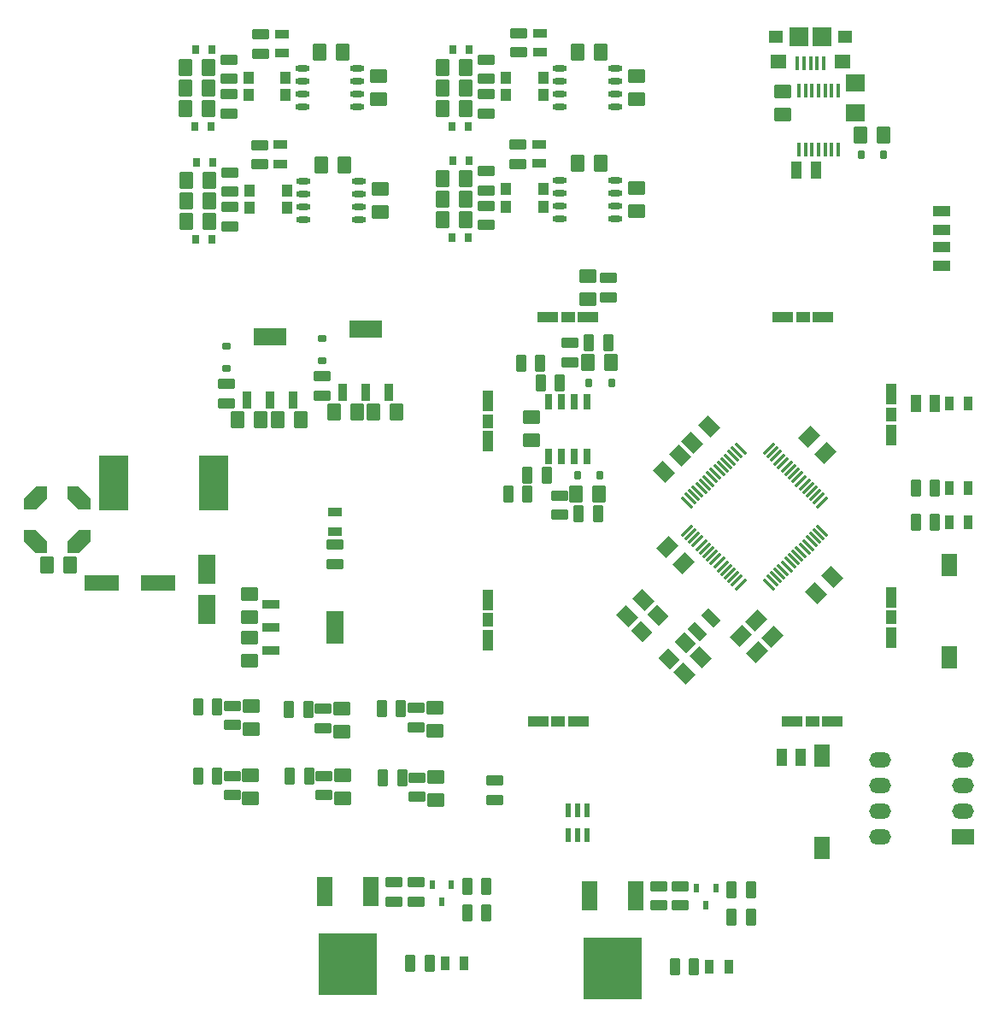
<source format=gtp>
G04*
G04 #@! TF.GenerationSoftware,Altium Limited,Altium Designer,24.5.2 (23)*
G04*
G04 Layer_Color=8421504*
%FSLAX44Y44*%
%MOMM*%
G71*
G04*
G04 #@! TF.SameCoordinates,49661B99-7F85-447B-B4A6-A33B5E3A9DE8*
G04*
G04*
G04 #@! TF.FilePolarity,Positive*
G04*
G01*
G75*
G04:AMPARAMS|DCode=18|XSize=1mm|YSize=1.7mm|CornerRadius=0.125mm|HoleSize=0mm|Usage=FLASHONLY|Rotation=270.000|XOffset=0mm|YOffset=0mm|HoleType=Round|Shape=RoundedRectangle|*
%AMROUNDEDRECTD18*
21,1,1.0000,1.4500,0,0,270.0*
21,1,0.7500,1.7000,0,0,270.0*
1,1,0.2500,-0.7250,-0.3750*
1,1,0.2500,-0.7250,0.3750*
1,1,0.2500,0.7250,0.3750*
1,1,0.2500,0.7250,-0.3750*
%
%ADD18ROUNDEDRECTD18*%
%ADD19R,0.6000X1.4000*%
G04:AMPARAMS|DCode=20|XSize=1.475mm|YSize=0.3mm|CornerRadius=0mm|HoleSize=0mm|Usage=FLASHONLY|Rotation=315.000|XOffset=0mm|YOffset=0mm|HoleType=Round|Shape=Rectangle|*
%AMROTATEDRECTD20*
4,1,4,-0.6276,0.4154,-0.4154,0.6276,0.6276,-0.4154,0.4154,-0.6276,-0.6276,0.4154,0.0*
%
%ADD20ROTATEDRECTD20*%

G04:AMPARAMS|DCode=21|XSize=1.475mm|YSize=0.3mm|CornerRadius=0mm|HoleSize=0mm|Usage=FLASHONLY|Rotation=225.000|XOffset=0mm|YOffset=0mm|HoleType=Round|Shape=Rectangle|*
%AMROTATEDRECTD21*
4,1,4,0.4154,0.6276,0.6276,0.4154,-0.4154,-0.6276,-0.6276,-0.4154,0.4154,0.6276,0.0*
%
%ADD21ROTATEDRECTD21*%

G04:AMPARAMS|DCode=22|XSize=1.6mm|YSize=1.4mm|CornerRadius=0mm|HoleSize=0mm|Usage=FLASHONLY|Rotation=315.000|XOffset=0mm|YOffset=0mm|HoleType=Round|Shape=Rectangle|*
%AMROTATEDRECTD22*
4,1,4,-1.0607,0.0707,-0.0707,1.0607,1.0607,-0.0707,0.0707,-1.0607,-1.0607,0.0707,0.0*
%
%ADD22ROTATEDRECTD22*%

%ADD23R,1.6000X2.1800*%
%ADD24R,0.9000X1.4000*%
G04:AMPARAMS|DCode=25|XSize=1mm|YSize=1.7mm|CornerRadius=0.125mm|HoleSize=0mm|Usage=FLASHONLY|Rotation=0.000|XOffset=0mm|YOffset=0mm|HoleType=Round|Shape=RoundedRectangle|*
%AMROUNDEDRECTD25*
21,1,1.0000,1.4500,0,0,0.0*
21,1,0.7500,1.7000,0,0,0.0*
1,1,0.2500,0.3750,-0.7250*
1,1,0.2500,-0.3750,-0.7250*
1,1,0.2500,-0.3750,0.7250*
1,1,0.2500,0.3750,0.7250*
%
%ADD25ROUNDEDRECTD25*%
%ADD26R,1.6000X3.0000*%
%ADD27R,5.8000X6.2000*%
%ADD28R,0.6000X0.9000*%
%ADD29O,2.1600X1.5200*%
%ADD30R,2.1600X1.5200*%
G04:AMPARAMS|DCode=31|XSize=1.4mm|YSize=1.7mm|CornerRadius=0mm|HoleSize=0mm|Usage=FLASHONLY|Rotation=45.000|XOffset=0mm|YOffset=0mm|HoleType=Round|Shape=Rectangle|*
%AMROTATEDRECTD31*
4,1,4,0.1061,-1.0960,-1.0960,0.1061,-0.1061,1.0960,1.0960,-0.1061,0.1061,-1.0960,0.0*
%
%ADD31ROTATEDRECTD31*%

G04:AMPARAMS|DCode=32|XSize=1.4mm|YSize=1.7mm|CornerRadius=0.175mm|HoleSize=0mm|Usage=FLASHONLY|Rotation=180.000|XOffset=0mm|YOffset=0mm|HoleType=Round|Shape=RoundedRectangle|*
%AMROUNDEDRECTD32*
21,1,1.4000,1.3500,0,0,180.0*
21,1,1.0500,1.7000,0,0,180.0*
1,1,0.3500,-0.5250,0.6750*
1,1,0.3500,0.5250,0.6750*
1,1,0.3500,0.5250,-0.6750*
1,1,0.3500,-0.5250,-0.6750*
%
%ADD32ROUNDEDRECTD32*%
G04:AMPARAMS|DCode=33|XSize=1.4mm|YSize=1.7mm|CornerRadius=0.175mm|HoleSize=0mm|Usage=FLASHONLY|Rotation=270.000|XOffset=0mm|YOffset=0mm|HoleType=Round|Shape=RoundedRectangle|*
%AMROUNDEDRECTD33*
21,1,1.4000,1.3500,0,0,270.0*
21,1,1.0500,1.7000,0,0,270.0*
1,1,0.3500,-0.6750,-0.5250*
1,1,0.3500,-0.6750,0.5250*
1,1,0.3500,0.6750,0.5250*
1,1,0.3500,0.6750,-0.5250*
%
%ADD33ROUNDEDRECTD33*%
%ADD34R,1.0000X1.7000*%
%ADD35R,0.9500X1.7500*%
%ADD36R,3.2500X1.7500*%
G04:AMPARAMS|DCode=37|XSize=0.63mm|YSize=0.83mm|CornerRadius=0.0788mm|HoleSize=0mm|Usage=FLASHONLY|Rotation=270.000|XOffset=0mm|YOffset=0mm|HoleType=Round|Shape=RoundedRectangle|*
%AMROUNDEDRECTD37*
21,1,0.6300,0.6725,0,0,270.0*
21,1,0.4725,0.8300,0,0,270.0*
1,1,0.1575,-0.3363,-0.2362*
1,1,0.1575,-0.3363,0.2362*
1,1,0.1575,0.3363,0.2362*
1,1,0.1575,0.3363,-0.2362*
%
%ADD37ROUNDEDRECTD37*%
G04:AMPARAMS|DCode=38|XSize=0.63mm|YSize=0.83mm|CornerRadius=0.0788mm|HoleSize=0mm|Usage=FLASHONLY|Rotation=0.000|XOffset=0mm|YOffset=0mm|HoleType=Round|Shape=RoundedRectangle|*
%AMROUNDEDRECTD38*
21,1,0.6300,0.6725,0,0,0.0*
21,1,0.4725,0.8300,0,0,0.0*
1,1,0.1575,0.2362,-0.3363*
1,1,0.1575,-0.2362,-0.3363*
1,1,0.1575,-0.2362,0.3363*
1,1,0.1575,0.2362,0.3363*
%
%ADD38ROUNDEDRECTD38*%
%ADD39R,1.8400X1.8000*%
%ADD40R,1.9000X1.9000*%
%ADD41R,1.4500X1.3000*%
%ADD42R,1.6000X1.4000*%
%ADD43R,0.4000X1.3500*%
%ADD44R,0.4500X1.4750*%
G04:AMPARAMS|DCode=45|XSize=1mm|YSize=1.7mm|CornerRadius=0mm|HoleSize=0mm|Usage=FLASHONLY|Rotation=45.000|XOffset=0mm|YOffset=0mm|HoleType=Round|Shape=Rectangle|*
%AMROTATEDRECTD45*
4,1,4,0.2475,-0.9546,-0.9546,0.2475,-0.2475,0.9546,0.9546,-0.2475,0.2475,-0.9546,0.0*
%
%ADD45ROTATEDRECTD45*%

%ADD46R,0.6500X1.5000*%
G04:AMPARAMS|DCode=47|XSize=1.4mm|YSize=1.7mm|CornerRadius=0mm|HoleSize=0mm|Usage=FLASHONLY|Rotation=135.000|XOffset=0mm|YOffset=0mm|HoleType=Round|Shape=Rectangle|*
%AMROTATEDRECTD47*
4,1,4,1.0960,0.1061,-0.1061,-1.0960,-1.0960,-0.1061,0.1061,1.0960,1.0960,0.1061,0.0*
%
%ADD47ROTATEDRECTD47*%

%ADD48R,2.0000X1.1250*%
%ADD49R,1.4000X1.1250*%
%ADD50R,1.1250X2.0000*%
%ADD51R,1.1250X1.4000*%
%ADD52R,1.4000X0.9000*%
%ADD53R,1.8000X2.9000*%
%ADD54R,2.9000X5.4000*%
%ADD55R,3.5000X1.6000*%
%ADD56R,1.7500X0.9500*%
%ADD57R,1.7500X3.2500*%
%ADD58R,1.7000X1.0000*%
%ADD59R,0.7000X0.9000*%
%ADD60R,1.0000X1.1500*%
%ADD61O,1.4500X0.6000*%
G36*
X62480Y478200D02*
Y466200D01*
X51230D01*
X39480Y477950D01*
Y489200D01*
X51480D01*
X62480Y478200D01*
D02*
G37*
G36*
Y520200D02*
X51480Y509200D01*
X39480D01*
Y520450D01*
X51230Y532200D01*
X62480D01*
Y520200D01*
D02*
G37*
G36*
X105480Y477950D02*
X93730Y466200D01*
X82480D01*
Y478200D01*
X93480Y489200D01*
X105480D01*
Y477950D01*
D02*
G37*
G36*
Y520450D02*
Y509200D01*
X93480D01*
X82480Y520200D01*
Y532200D01*
X93730D01*
X105480Y520450D01*
D02*
G37*
D18*
X506000Y221750D02*
D03*
Y240750D02*
D03*
X668620Y136150D02*
D03*
Y117150D02*
D03*
X690210Y136100D02*
D03*
Y117100D02*
D03*
X428190Y121060D02*
D03*
Y140060D02*
D03*
X406600Y121110D02*
D03*
Y140110D02*
D03*
X428250Y312860D02*
D03*
Y293860D02*
D03*
X429410Y243860D02*
D03*
Y224860D02*
D03*
X245840Y245430D02*
D03*
Y226430D02*
D03*
X337160Y245460D02*
D03*
Y226460D02*
D03*
X246000Y314750D02*
D03*
Y295750D02*
D03*
X336360Y312020D02*
D03*
Y293020D02*
D03*
X240030Y633730D02*
D03*
Y614730D02*
D03*
X335280Y641350D02*
D03*
Y622350D02*
D03*
X580390Y655320D02*
D03*
Y674320D02*
D03*
X570230Y504190D02*
D03*
Y523190D02*
D03*
X347980Y455320D02*
D03*
Y474320D02*
D03*
X529090Y870750D02*
D03*
Y851750D02*
D03*
X273090Y870230D02*
D03*
Y851230D02*
D03*
X530000Y981000D02*
D03*
Y962000D02*
D03*
X274570Y979990D02*
D03*
Y960990D02*
D03*
X618490Y738480D02*
D03*
Y719480D02*
D03*
X497840Y844500D02*
D03*
Y825500D02*
D03*
Y810260D02*
D03*
Y791260D02*
D03*
X243840Y843230D02*
D03*
Y824230D02*
D03*
Y808990D02*
D03*
Y789990D02*
D03*
X497840Y954990D02*
D03*
Y935990D02*
D03*
Y920750D02*
D03*
Y901750D02*
D03*
X242570Y920750D02*
D03*
Y901750D02*
D03*
Y954990D02*
D03*
Y935990D02*
D03*
D19*
X579000Y186500D02*
D03*
X588500D02*
D03*
X598000D02*
D03*
Y211500D02*
D03*
X588500D02*
D03*
X579000D02*
D03*
D20*
X830777Y488335D02*
D03*
X827242Y484799D02*
D03*
X823706Y481264D02*
D03*
X820171Y477728D02*
D03*
X816635Y474193D02*
D03*
X813100Y470657D02*
D03*
X809564Y467122D02*
D03*
X806029Y463586D02*
D03*
X802493Y460051D02*
D03*
X798958Y456515D02*
D03*
X795422Y452980D02*
D03*
X791887Y449444D02*
D03*
X788351Y445909D02*
D03*
X784815Y442373D02*
D03*
X781280Y438838D02*
D03*
X777744Y435302D02*
D03*
X696597Y516450D02*
D03*
X700132Y519985D02*
D03*
X703668Y523521D02*
D03*
X707203Y527056D02*
D03*
X710739Y530592D02*
D03*
X714274Y534127D02*
D03*
X717810Y537663D02*
D03*
X721346Y541198D02*
D03*
X724881Y544734D02*
D03*
X728417Y548269D02*
D03*
X731952Y551805D02*
D03*
X735488Y555340D02*
D03*
X739023Y558876D02*
D03*
X742559Y562411D02*
D03*
X746094Y565947D02*
D03*
X749630Y569483D02*
D03*
D21*
Y435302D02*
D03*
X746094Y438838D02*
D03*
X742559Y442373D02*
D03*
X739023Y445909D02*
D03*
X735488Y449444D02*
D03*
X731952Y452980D02*
D03*
X728417Y456515D02*
D03*
X724881Y460051D02*
D03*
X721346Y463586D02*
D03*
X717810Y467122D02*
D03*
X714274Y470657D02*
D03*
X710739Y474193D02*
D03*
X707203Y477728D02*
D03*
X703668Y481264D02*
D03*
X700132Y484799D02*
D03*
X696597Y488335D02*
D03*
X777744Y569483D02*
D03*
X781280Y565947D02*
D03*
X784815Y562411D02*
D03*
X788351Y558876D02*
D03*
X791887Y555340D02*
D03*
X795422Y551805D02*
D03*
X798958Y548269D02*
D03*
X802493Y544734D02*
D03*
X806029Y541198D02*
D03*
X809564Y537663D02*
D03*
X813100Y534127D02*
D03*
X816635Y530592D02*
D03*
X820171Y527056D02*
D03*
X823706Y523521D02*
D03*
X827242Y519985D02*
D03*
X830777Y516450D02*
D03*
D22*
X651880Y388120D02*
D03*
X678750Y361250D02*
D03*
X695014Y377514D02*
D03*
X668143Y404384D02*
D03*
D23*
X830580Y265610D02*
D03*
Y173810D02*
D03*
X956310Y362860D02*
D03*
Y454660D02*
D03*
D24*
X718810Y56140D02*
D03*
X737810D02*
D03*
X475790Y60100D02*
D03*
X456790D02*
D03*
X975360Y496570D02*
D03*
X956360D02*
D03*
X975360Y614680D02*
D03*
X956360D02*
D03*
X975360Y530860D02*
D03*
X956360D02*
D03*
D25*
X684520Y56140D02*
D03*
X703520D02*
D03*
X741010Y105670D02*
D03*
X760010D02*
D03*
X441500Y60100D02*
D03*
X422500D02*
D03*
X478990Y109630D02*
D03*
X497990D02*
D03*
X478990Y136300D02*
D03*
X497990D02*
D03*
X741010Y132340D02*
D03*
X760010D02*
D03*
X538480Y524510D02*
D03*
X519480D02*
D03*
X322280Y244930D02*
D03*
X303280D02*
D03*
X413370Y312330D02*
D03*
X394370D02*
D03*
X414530Y243330D02*
D03*
X395530D02*
D03*
X230960Y244900D02*
D03*
X211960D02*
D03*
X231120Y314220D02*
D03*
X212120D02*
D03*
X321480Y311490D02*
D03*
X302480D02*
D03*
X923340Y530860D02*
D03*
X942340D02*
D03*
X923340Y496570D02*
D03*
X942340D02*
D03*
X608280Y505460D02*
D03*
X589280D02*
D03*
X557480Y543560D02*
D03*
X538480D02*
D03*
X551840Y635000D02*
D03*
X570840D02*
D03*
X551180Y654050D02*
D03*
X532180D02*
D03*
X618440Y674370D02*
D03*
X599440D02*
D03*
D26*
X645750Y126670D02*
D03*
X600050D02*
D03*
X383730Y130630D02*
D03*
X338030D02*
D03*
D27*
X622900Y54870D02*
D03*
X360880Y58830D02*
D03*
D28*
X706110Y134100D02*
D03*
X725110D02*
D03*
X715610Y117100D02*
D03*
X453590Y121060D02*
D03*
X463090Y138060D02*
D03*
X444090D02*
D03*
D29*
X887680Y261620D02*
D03*
Y236220D02*
D03*
Y210820D02*
D03*
Y185420D02*
D03*
X970280Y261620D02*
D03*
Y236220D02*
D03*
Y210820D02*
D03*
D30*
Y185420D02*
D03*
D31*
X673404Y546488D02*
D03*
X689568Y562652D02*
D03*
X637250Y403250D02*
D03*
X653415Y419414D02*
D03*
X824272Y426152D02*
D03*
X840436Y442317D02*
D03*
X710000Y362750D02*
D03*
X693836Y346586D02*
D03*
X718305Y591389D02*
D03*
X702140Y575224D02*
D03*
D32*
X477520Y836930D02*
D03*
X454660D02*
D03*
X408940Y605790D02*
D03*
X386080D02*
D03*
X346710D02*
D03*
X369570D02*
D03*
X313690Y598170D02*
D03*
X290830D02*
D03*
X251460D02*
D03*
X274320D02*
D03*
X891540Y880110D02*
D03*
X868680D02*
D03*
X621030Y655320D02*
D03*
X598170D02*
D03*
X609600Y524510D02*
D03*
X586740D02*
D03*
X85090Y454660D02*
D03*
X62230D02*
D03*
X588010Y852170D02*
D03*
X610870D02*
D03*
X454660Y816610D02*
D03*
X477520D02*
D03*
Y796290D02*
D03*
X454660D02*
D03*
X334010Y850900D02*
D03*
X356870D02*
D03*
X200660Y835660D02*
D03*
X223520D02*
D03*
X200660Y815340D02*
D03*
X223520D02*
D03*
Y795020D02*
D03*
X200660D02*
D03*
X588010Y962660D02*
D03*
X610870D02*
D03*
X454660Y947420D02*
D03*
X477520D02*
D03*
X454660Y927100D02*
D03*
X477520D02*
D03*
Y906780D02*
D03*
X454660D02*
D03*
X222250D02*
D03*
X199390D02*
D03*
Y947420D02*
D03*
X222250D02*
D03*
X199390Y927100D02*
D03*
X222250D02*
D03*
X332740Y962660D02*
D03*
X355600D02*
D03*
D33*
X446750Y290250D02*
D03*
Y313110D02*
D03*
X447910Y221250D02*
D03*
Y244110D02*
D03*
X264340Y222820D02*
D03*
Y245680D02*
D03*
X355660Y222850D02*
D03*
Y245710D02*
D03*
X264500Y292140D02*
D03*
Y315000D02*
D03*
X354860Y289410D02*
D03*
Y312270D02*
D03*
X791210Y900430D02*
D03*
Y923290D02*
D03*
X542290Y600710D02*
D03*
Y577850D02*
D03*
X598170Y740410D02*
D03*
Y717550D02*
D03*
X262890Y402590D02*
D03*
Y425450D02*
D03*
Y382270D02*
D03*
Y359410D02*
D03*
X646430Y828040D02*
D03*
Y805180D02*
D03*
X392430Y826770D02*
D03*
Y803910D02*
D03*
X646430Y938530D02*
D03*
Y915670D02*
D03*
X391160Y938530D02*
D03*
Y915670D02*
D03*
D34*
X790600Y264160D02*
D03*
X809600D02*
D03*
X942340Y614680D02*
D03*
X923340D02*
D03*
X824180Y845820D02*
D03*
X805180D02*
D03*
D35*
X260210Y617470D02*
D03*
X283210D02*
D03*
X306210D02*
D03*
X355460Y625090D02*
D03*
X378460D02*
D03*
X401460D02*
D03*
D36*
X283210Y680470D02*
D03*
X378460Y688090D02*
D03*
D37*
X335280Y678890D02*
D03*
Y656590D02*
D03*
X240030Y671270D02*
D03*
Y648970D02*
D03*
D38*
X891260Y861060D02*
D03*
X868960D02*
D03*
X588010Y543560D02*
D03*
X610310D02*
D03*
X599440Y635000D02*
D03*
X621740D02*
D03*
D39*
X863600Y902180D02*
D03*
Y932180D02*
D03*
D40*
X807580Y977900D02*
D03*
X830580D02*
D03*
D41*
X784830D02*
D03*
X853330D02*
D03*
D42*
X787080Y953400D02*
D03*
X851080D02*
D03*
D43*
X806080Y951150D02*
D03*
X812580D02*
D03*
X819080D02*
D03*
X825580D02*
D03*
X832080D02*
D03*
D44*
X807420Y924560D02*
D03*
X813920D02*
D03*
X820420D02*
D03*
X826920D02*
D03*
X833420D02*
D03*
X839920D02*
D03*
X846420D02*
D03*
Y865800D02*
D03*
X839920D02*
D03*
X833420D02*
D03*
X826920D02*
D03*
X820420D02*
D03*
X813920D02*
D03*
X807420D02*
D03*
D45*
X706758Y388499D02*
D03*
X720193Y401934D02*
D03*
D46*
X559693Y562219D02*
D03*
X572393D02*
D03*
X585093D02*
D03*
X597793D02*
D03*
Y616219D02*
D03*
X585093D02*
D03*
X572393D02*
D03*
X559693D02*
D03*
D47*
X676910Y472440D02*
D03*
X693074Y456275D02*
D03*
X817986Y581511D02*
D03*
X834150Y565346D02*
D03*
X765002Y399211D02*
D03*
X781167Y383047D02*
D03*
X749736Y383945D02*
D03*
X765900Y367780D02*
D03*
D48*
X548960Y299490D02*
D03*
X588960D02*
D03*
X840740D02*
D03*
X800740D02*
D03*
X558800Y699490D02*
D03*
X598800D02*
D03*
X791530Y699540D02*
D03*
X831530D02*
D03*
D49*
X568960Y299490D02*
D03*
X820740D02*
D03*
X578800Y699490D02*
D03*
X811530Y699540D02*
D03*
D50*
X499060Y419820D02*
D03*
Y379820D02*
D03*
X899060Y422360D02*
D03*
Y382360D02*
D03*
Y623340D02*
D03*
Y583340D02*
D03*
X499060Y616990D02*
D03*
Y576990D02*
D03*
D51*
Y399820D02*
D03*
X899060Y402360D02*
D03*
Y603340D02*
D03*
X499060Y596990D02*
D03*
D52*
X347980Y506680D02*
D03*
Y487680D02*
D03*
X549950Y852134D02*
D03*
Y871134D02*
D03*
X293950Y851614D02*
D03*
Y870614D02*
D03*
X550860Y962384D02*
D03*
Y981384D02*
D03*
X295430Y961374D02*
D03*
Y980374D02*
D03*
D53*
X220980Y410210D02*
D03*
Y450210D02*
D03*
D54*
X128300Y535940D02*
D03*
X227300D02*
D03*
D55*
X116720Y436880D02*
D03*
X172720D02*
D03*
D56*
X284730Y415430D02*
D03*
Y392430D02*
D03*
Y369430D02*
D03*
D57*
X347730Y392430D02*
D03*
D58*
X948690Y805130D02*
D03*
Y786130D02*
D03*
Y750620D02*
D03*
Y769620D02*
D03*
D59*
X464820Y854710D02*
D03*
X480820D02*
D03*
X480060Y778510D02*
D03*
X464060D02*
D03*
X210820Y853440D02*
D03*
X226820D02*
D03*
X226060Y777240D02*
D03*
X210060D02*
D03*
X464820Y965200D02*
D03*
X480820D02*
D03*
X480060Y889000D02*
D03*
X464060D02*
D03*
X209550Y965200D02*
D03*
X225550D02*
D03*
X224790Y889000D02*
D03*
X208790D02*
D03*
D60*
X554340Y809230D02*
D03*
X517540D02*
D03*
Y826530D02*
D03*
X554340D02*
D03*
X300340Y807960D02*
D03*
X263540D02*
D03*
Y825260D02*
D03*
X300340D02*
D03*
X554340Y919720D02*
D03*
X517540D02*
D03*
Y937020D02*
D03*
X554340D02*
D03*
X299070Y919720D02*
D03*
X262270D02*
D03*
Y937020D02*
D03*
X299070D02*
D03*
D61*
X570920Y835660D02*
D03*
Y822960D02*
D03*
Y810260D02*
D03*
Y797560D02*
D03*
X625420Y835660D02*
D03*
Y822960D02*
D03*
Y810260D02*
D03*
Y797560D02*
D03*
X316920Y834390D02*
D03*
Y821690D02*
D03*
Y808990D02*
D03*
Y796290D02*
D03*
X371420Y834390D02*
D03*
Y821690D02*
D03*
Y808990D02*
D03*
Y796290D02*
D03*
X570920Y946150D02*
D03*
Y933450D02*
D03*
Y920750D02*
D03*
Y908050D02*
D03*
X625420Y946150D02*
D03*
Y933450D02*
D03*
Y920750D02*
D03*
Y908050D02*
D03*
X315650Y946150D02*
D03*
Y933450D02*
D03*
Y920750D02*
D03*
Y908050D02*
D03*
X370150Y946150D02*
D03*
Y933450D02*
D03*
Y920750D02*
D03*
Y908050D02*
D03*
M02*

</source>
